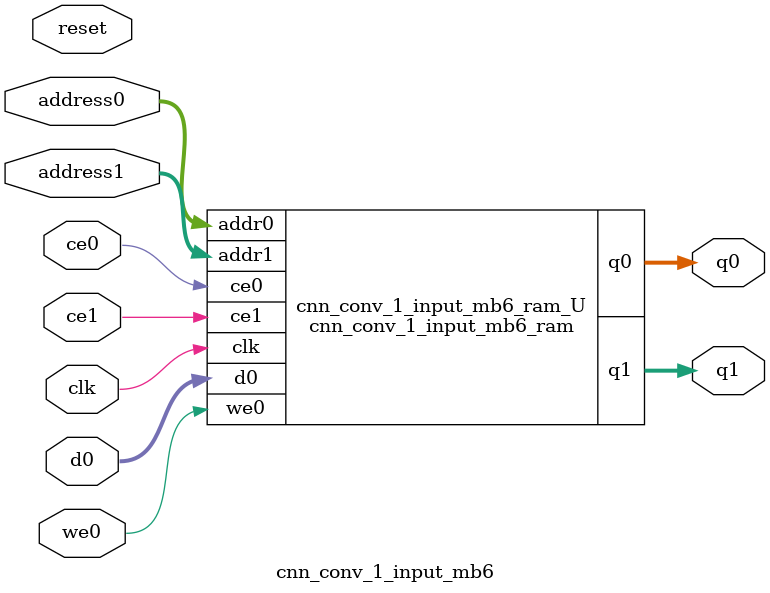
<source format=v>
`timescale 1 ns / 1 ps
module cnn_conv_1_input_mb6_ram (addr0, ce0, d0, we0, q0, addr1, ce1, q1,  clk);

parameter DWIDTH = 32;
parameter AWIDTH = 7;
parameter MEM_SIZE = 100;

input[AWIDTH-1:0] addr0;
input ce0;
input[DWIDTH-1:0] d0;
input we0;
output reg[DWIDTH-1:0] q0;
input[AWIDTH-1:0] addr1;
input ce1;
output reg[DWIDTH-1:0] q1;
input clk;

(* ram_style = "block" *)reg [DWIDTH-1:0] ram[0:MEM_SIZE-1];




always @(posedge clk)  
begin 
    if (ce0) 
    begin
        if (we0) 
        begin 
            ram[addr0] <= d0; 
        end 
        q0 <= ram[addr0];
    end
end


always @(posedge clk)  
begin 
    if (ce1) 
    begin
        q1 <= ram[addr1];
    end
end


endmodule

`timescale 1 ns / 1 ps
module cnn_conv_1_input_mb6(
    reset,
    clk,
    address0,
    ce0,
    we0,
    d0,
    q0,
    address1,
    ce1,
    q1);

parameter DataWidth = 32'd32;
parameter AddressRange = 32'd100;
parameter AddressWidth = 32'd7;
input reset;
input clk;
input[AddressWidth - 1:0] address0;
input ce0;
input we0;
input[DataWidth - 1:0] d0;
output[DataWidth - 1:0] q0;
input[AddressWidth - 1:0] address1;
input ce1;
output[DataWidth - 1:0] q1;



cnn_conv_1_input_mb6_ram cnn_conv_1_input_mb6_ram_U(
    .clk( clk ),
    .addr0( address0 ),
    .ce0( ce0 ),
    .we0( we0 ),
    .d0( d0 ),
    .q0( q0 ),
    .addr1( address1 ),
    .ce1( ce1 ),
    .q1( q1 ));

endmodule


</source>
